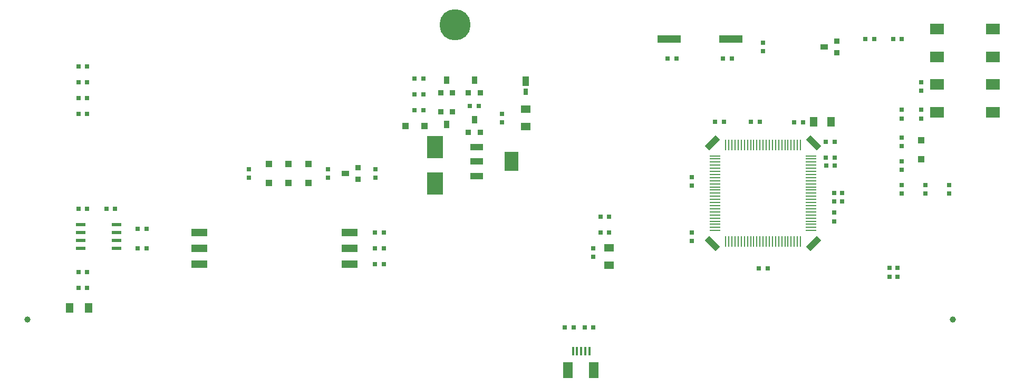
<source format=gtp>
%FSLAX24Y24*%
%MOIN*%
G70*
G01*
G75*
G04 Layer_Color=8421504*
%ADD10C,0.0100*%
%ADD11C,0.0150*%
%ADD12R,0.0650X0.0098*%
%ADD13R,0.0098X0.0650*%
G04:AMPARAMS|DCode=14|XSize=39.4mil|YSize=98.4mil|CornerRadius=0mil|HoleSize=0mil|Usage=FLASHONLY|Rotation=225.000|XOffset=0mil|YOffset=0mil|HoleType=Round|Shape=Rectangle|*
%AMROTATEDRECTD14*
4,1,4,-0.0209,0.0487,0.0487,-0.0209,0.0209,-0.0487,-0.0487,0.0209,-0.0209,0.0487,0.0*
%
%ADD14ROTATEDRECTD14*%

G04:AMPARAMS|DCode=15|XSize=39.4mil|YSize=98.4mil|CornerRadius=0mil|HoleSize=0mil|Usage=FLASHONLY|Rotation=135.000|XOffset=0mil|YOffset=0mil|HoleType=Round|Shape=Rectangle|*
%AMROTATEDRECTD15*
4,1,4,0.0487,0.0209,-0.0209,-0.0487,-0.0487,-0.0209,0.0209,0.0487,0.0487,0.0209,0.0*
%
%ADD15ROTATEDRECTD15*%

%ADD16R,0.0300X0.0300*%
%ADD17R,0.0600X0.0500*%
%ADD18C,0.1969*%
%ADD19R,0.0300X0.0300*%
%ADD20R,0.0157X0.0532*%
%ADD21R,0.0591X0.0984*%
%ADD22R,0.1000X0.0500*%
%ADD23R,0.0300X0.0394*%
%ADD24R,0.1000X0.1400*%
%ADD25R,0.0360X0.0360*%
%ADD26R,0.0500X0.0360*%
%ADD27R,0.0800X0.0400*%
%ADD28R,0.0900X0.1200*%
%ADD29R,0.0591X0.0394*%
%ADD30R,0.0591X0.0394*%
%ADD31C,0.0394*%
%ADD32C,0.0315*%
%ADD33R,0.1500X0.0500*%
%ADD34R,0.0400X0.0400*%
%ADD35R,0.0360X0.0500*%
%ADD36R,0.0360X0.0360*%
%ADD37R,0.0400X0.0400*%
%ADD38R,0.0394X0.0630*%
%ADD39R,0.0472X0.0591*%
%ADD40R,0.0600X0.0200*%
%ADD41R,0.0500X0.0600*%
%ADD42C,0.0050*%
%ADD43C,0.0080*%
%ADD44C,0.0120*%
%ADD45C,0.0200*%
%ADD46C,0.0300*%
%ADD47C,0.0600*%
%ADD48C,0.1260*%
%ADD49C,0.0620*%
%ADD50C,0.0394*%
%ADD51C,0.0500*%
%ADD52O,0.0500X0.1969*%
%ADD53C,0.1200*%
%ADD54C,0.1000*%
%ADD55C,0.1250*%
%ADD56C,0.0200*%
%ADD57C,0.0250*%
%ADD58C,0.0060*%
%ADD59C,0.0040*%
%ADD60C,0.0010*%
%ADD61C,0.0070*%
%ADD62R,0.0050X0.0700*%
%ADD63R,0.1487X0.0100*%
%ADD64R,0.0891X0.0694*%
%ADD65R,0.0891X0.0694*%
D12*
X-18791Y10963D02*
D03*
Y11159D02*
D03*
Y9388D02*
D03*
Y9585D02*
D03*
Y9782D02*
D03*
Y9978D02*
D03*
Y10175D02*
D03*
Y10372D02*
D03*
Y10569D02*
D03*
Y10766D02*
D03*
Y11356D02*
D03*
Y11553D02*
D03*
Y11750D02*
D03*
Y11947D02*
D03*
Y12144D02*
D03*
Y12341D02*
D03*
Y12537D02*
D03*
Y12734D02*
D03*
Y12931D02*
D03*
Y13128D02*
D03*
Y13325D02*
D03*
Y13522D02*
D03*
Y13719D02*
D03*
Y13915D02*
D03*
Y14112D02*
D03*
X-12709D02*
D03*
Y13915D02*
D03*
Y13719D02*
D03*
Y13522D02*
D03*
Y13325D02*
D03*
Y13128D02*
D03*
Y12931D02*
D03*
Y12734D02*
D03*
Y12537D02*
D03*
Y12341D02*
D03*
Y12144D02*
D03*
Y11947D02*
D03*
Y11750D02*
D03*
Y11553D02*
D03*
Y11356D02*
D03*
Y11159D02*
D03*
Y10963D02*
D03*
Y10766D02*
D03*
Y10569D02*
D03*
Y10372D02*
D03*
Y10175D02*
D03*
Y9978D02*
D03*
Y9782D02*
D03*
Y9585D02*
D03*
Y9388D02*
D03*
D13*
X-13388Y8709D02*
D03*
X-13585D02*
D03*
X-13781D02*
D03*
X-13978D02*
D03*
X-14175D02*
D03*
X-14372D02*
D03*
X-14569D02*
D03*
X-14766D02*
D03*
X-14963D02*
D03*
X-15159D02*
D03*
X-15356D02*
D03*
X-15553D02*
D03*
X-15750D02*
D03*
X-15947D02*
D03*
X-16144D02*
D03*
X-16341D02*
D03*
X-16537D02*
D03*
X-16734D02*
D03*
X-16931D02*
D03*
X-17128D02*
D03*
X-17325D02*
D03*
X-17522D02*
D03*
X-17718D02*
D03*
X-17915D02*
D03*
X-18112D02*
D03*
Y14791D02*
D03*
X-17915D02*
D03*
X-17718D02*
D03*
X-17522D02*
D03*
X-17325D02*
D03*
X-17128D02*
D03*
X-16931D02*
D03*
X-16734D02*
D03*
X-16537D02*
D03*
X-16341D02*
D03*
X-16144D02*
D03*
X-15947D02*
D03*
X-15750D02*
D03*
X-15553D02*
D03*
X-15356D02*
D03*
X-15159D02*
D03*
X-14963D02*
D03*
X-14766D02*
D03*
X-14569D02*
D03*
X-14372D02*
D03*
X-14175D02*
D03*
X-13978D02*
D03*
X-13781D02*
D03*
X-13585D02*
D03*
X-13388D02*
D03*
D14*
X-18939Y8561D02*
D03*
X-12561Y14939D02*
D03*
D15*
X-18939D02*
D03*
X-12561Y8561D02*
D03*
D16*
X-58475Y10750D02*
D03*
X-59025D02*
D03*
X-26025Y10250D02*
D03*
Y9250D02*
D03*
X-37225Y17000D02*
D03*
X-37775D02*
D03*
X-34275Y17250D02*
D03*
X-37775Y18000D02*
D03*
X-37225D02*
D03*
X-40275Y9250D02*
D03*
X-11780Y13995D02*
D03*
X-11230D02*
D03*
X-21775Y20250D02*
D03*
X-21225D02*
D03*
X-40275Y7250D02*
D03*
Y8250D02*
D03*
X-11775Y15000D02*
D03*
X-11225D02*
D03*
X-37775Y19000D02*
D03*
X-37225D02*
D03*
X-17725Y20250D02*
D03*
X-18275D02*
D03*
X-16020Y7005D02*
D03*
X-15470D02*
D03*
X-18225Y16250D02*
D03*
X-18775D02*
D03*
X-15970Y16255D02*
D03*
X-16520D02*
D03*
X-13780Y16245D02*
D03*
X-13230D02*
D03*
X-11220Y13500D02*
D03*
X-11770D02*
D03*
X-33725Y17250D02*
D03*
X-39725Y7250D02*
D03*
X-25475Y10250D02*
D03*
Y9250D02*
D03*
X-39725Y8250D02*
D03*
Y9250D02*
D03*
X-57270Y10755D02*
D03*
X-56720D02*
D03*
X-58475Y17750D02*
D03*
X-59025D02*
D03*
X-27725Y3250D02*
D03*
X-28275D02*
D03*
X-7525Y21500D02*
D03*
X-6975D02*
D03*
X-27025Y3250D02*
D03*
X-26475D02*
D03*
X-8725Y21500D02*
D03*
X-9275D02*
D03*
X-59025Y19750D02*
D03*
X-58475D02*
D03*
X-59025Y16750D02*
D03*
X-58475D02*
D03*
X-59025Y18750D02*
D03*
X-58475D02*
D03*
X-59025Y6750D02*
D03*
X-58475D02*
D03*
X-59025Y5750D02*
D03*
X-58475D02*
D03*
X-55275Y8250D02*
D03*
X-54725D02*
D03*
X-55275Y9500D02*
D03*
X-54725D02*
D03*
D17*
X-25500Y8300D02*
D03*
Y7200D02*
D03*
X-30750Y17050D02*
D03*
Y15950D02*
D03*
D18*
X-35211Y22388D02*
D03*
D19*
X-15750Y20725D02*
D03*
Y21275D02*
D03*
X-7250Y7025D02*
D03*
Y6475D02*
D03*
X-32250Y16775D02*
D03*
Y16225D02*
D03*
X-26500Y7725D02*
D03*
Y8275D02*
D03*
X-20245Y8720D02*
D03*
X-20250Y12225D02*
D03*
Y12775D02*
D03*
X-20245Y9270D02*
D03*
X-43250Y12725D02*
D03*
Y13275D02*
D03*
X-7000Y15275D02*
D03*
Y14725D02*
D03*
Y13775D02*
D03*
Y13225D02*
D03*
X-11245Y10520D02*
D03*
Y9970D02*
D03*
X-7750Y6475D02*
D03*
Y7025D02*
D03*
X-10750Y11225D02*
D03*
X-40250Y12725D02*
D03*
Y13275D02*
D03*
X-5750Y16475D02*
D03*
X-7000Y11725D02*
D03*
X-5750Y17025D02*
D03*
X-7000Y12275D02*
D03*
X-11250Y11775D02*
D03*
Y11225D02*
D03*
X-7000Y16475D02*
D03*
Y17025D02*
D03*
X-5500Y12275D02*
D03*
X-10750Y11775D02*
D03*
X-48250Y13275D02*
D03*
Y12725D02*
D03*
X-5500Y11725D02*
D03*
X-4000D02*
D03*
Y12275D02*
D03*
X-5750Y18225D02*
D03*
Y18775D02*
D03*
D20*
X-27762Y1750D02*
D03*
X-27506D02*
D03*
X-27250D02*
D03*
X-26994D02*
D03*
X-26738D02*
D03*
D21*
X-26450Y570D02*
D03*
X-28080D02*
D03*
D22*
X-41900Y8250D02*
D03*
X-51400Y7250D02*
D03*
X-41900D02*
D03*
X-51400Y9250D02*
D03*
Y8250D02*
D03*
X-41900Y9250D02*
D03*
D23*
X-30750Y18165D02*
D03*
D24*
X-36500Y12350D02*
D03*
Y14650D02*
D03*
D25*
X-11100Y21375D02*
D03*
X-41350Y12625D02*
D03*
Y13375D02*
D03*
X-11100Y20625D02*
D03*
D26*
X-11900Y21005D02*
D03*
X-42150Y13005D02*
D03*
D27*
X-33850Y12844D02*
D03*
Y14656D02*
D03*
Y13750D02*
D03*
D28*
X-31650D02*
D03*
D31*
X-62250Y3750D02*
D03*
X-3750D02*
D03*
D32*
X-62250D02*
D03*
X-3750D02*
D03*
D33*
X-21700Y21500D02*
D03*
X-17800D02*
D03*
D34*
X-45750Y13600D02*
D03*
Y12400D02*
D03*
X-44500Y13600D02*
D03*
Y12400D02*
D03*
X-47000Y13600D02*
D03*
Y12400D02*
D03*
X-5750Y15100D02*
D03*
Y13900D02*
D03*
D35*
X-35755Y16100D02*
D03*
X-35745Y18900D02*
D03*
X-33995Y16400D02*
D03*
Y18900D02*
D03*
D36*
X-36125Y16900D02*
D03*
X-35375D02*
D03*
Y18100D02*
D03*
X-36125D02*
D03*
X-34375Y15600D02*
D03*
Y18100D02*
D03*
X-33625Y15600D02*
D03*
Y18100D02*
D03*
D37*
X-37150Y16000D02*
D03*
X-38350D02*
D03*
D38*
X-30750Y18835D02*
D03*
D39*
X-11449Y16250D02*
D03*
X-12551D02*
D03*
D40*
X-56625Y8250D02*
D03*
Y9250D02*
D03*
X-58875Y8250D02*
D03*
Y8750D02*
D03*
X-56625Y9750D02*
D03*
X-58875D02*
D03*
X-56625Y8750D02*
D03*
X-58875Y9250D02*
D03*
D41*
X-59600Y4500D02*
D03*
X-58400D02*
D03*
D64*
X-1228Y18625D02*
D03*
Y16875D02*
D03*
X-4772D02*
D03*
Y20375D02*
D03*
X-1228Y22125D02*
D03*
X-4772D02*
D03*
D65*
Y18625D02*
D03*
X-1228Y20375D02*
D03*
M02*

</source>
